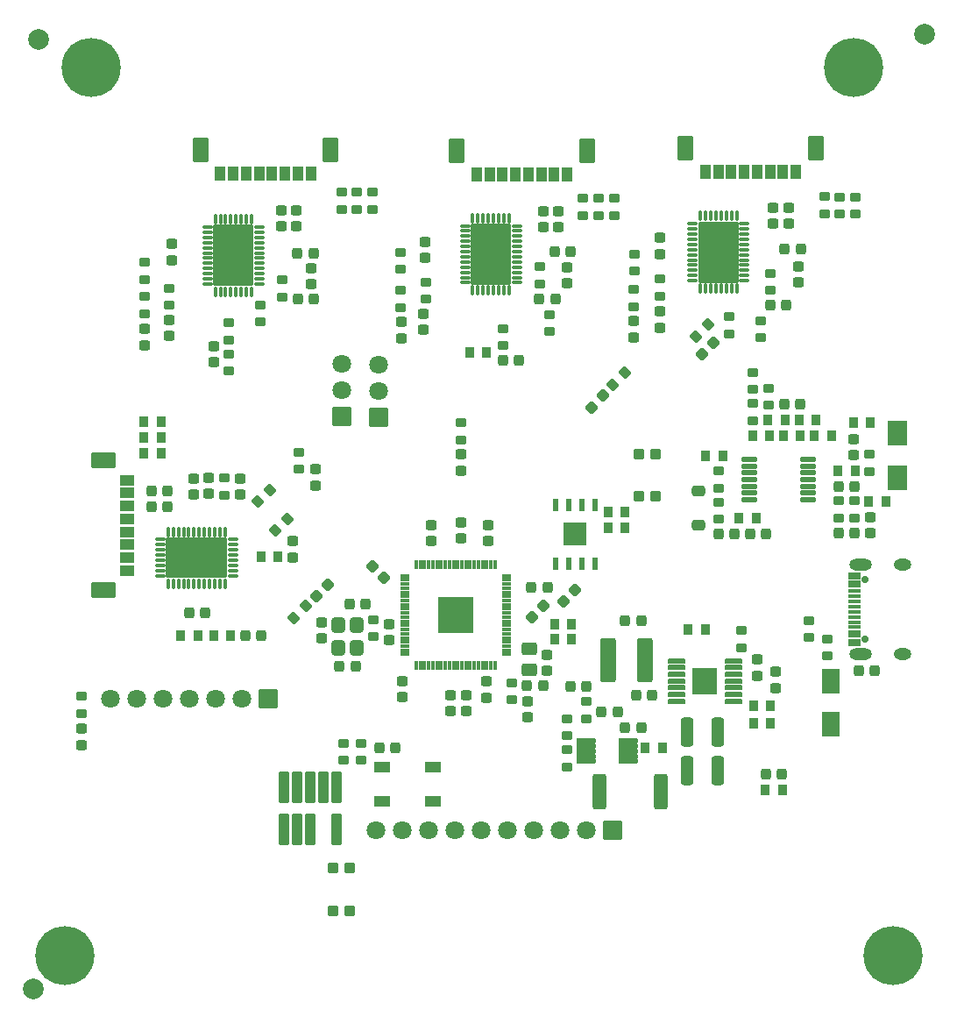
<source format=gts>
%TF.GenerationSoftware,KiCad,Pcbnew,9.0.2-9.0.2-0~ubuntu24.04.1*%
%TF.CreationDate,2025-06-13T17:41:29-07:00*%
%TF.ProjectId,motor_board,6d6f746f-725f-4626-9f61-72642e6b6963,1.1*%
%TF.SameCoordinates,Original*%
%TF.FileFunction,Soldermask,Top*%
%TF.FilePolarity,Negative*%
%FSLAX46Y46*%
G04 Gerber Fmt 4.6, Leading zero omitted, Abs format (unit mm)*
G04 Created by KiCad (PCBNEW 9.0.2-9.0.2-0~ubuntu24.04.1) date 2025-06-13 17:41:29*
%MOMM*%
%LPD*%
G01*
G04 APERTURE LIST*
G04 Aperture macros list*
%AMRoundRect*
0 Rectangle with rounded corners*
0 $1 Rounding radius*
0 $2 $3 $4 $5 $6 $7 $8 $9 X,Y pos of 4 corners*
0 Add a 4 corners polygon primitive as box body*
4,1,4,$2,$3,$4,$5,$6,$7,$8,$9,$2,$3,0*
0 Add four circle primitives for the rounded corners*
1,1,$1+$1,$2,$3*
1,1,$1+$1,$4,$5*
1,1,$1+$1,$6,$7*
1,1,$1+$1,$8,$9*
0 Add four rect primitives between the rounded corners*
20,1,$1+$1,$2,$3,$4,$5,0*
20,1,$1+$1,$4,$5,$6,$7,0*
20,1,$1+$1,$6,$7,$8,$9,0*
20,1,$1+$1,$8,$9,$2,$3,0*%
G04 Aperture macros list end*
%ADD10RoundRect,0.063500X0.800100X0.152400X-0.800100X0.152400X-0.800100X-0.152400X0.800100X-0.152400X0*%
%ADD11RoundRect,0.063500X1.155000X1.230000X-1.155000X1.230000X-1.155000X-1.230000X1.155000X-1.230000X0*%
%ADD12RoundRect,0.250400X0.250400X0.275400X-0.250400X0.275400X-0.250400X-0.275400X0.250400X-0.275400X0*%
%ADD13RoundRect,0.250400X-0.250400X-0.275400X0.250400X-0.275400X0.250400X0.275400X-0.250400X0.275400X0*%
%ADD14RoundRect,0.225400X0.300400X-0.225400X0.300400X0.225400X-0.300400X0.225400X-0.300400X-0.225400X0*%
%ADD15RoundRect,0.250400X0.275400X-0.250400X0.275400X0.250400X-0.275400X0.250400X-0.275400X-0.250400X0*%
%ADD16C,5.701600*%
%ADD17C,2.000000*%
%ADD18RoundRect,0.225400X0.225400X0.300400X-0.225400X0.300400X-0.225400X-0.300400X0.225400X-0.300400X0*%
%ADD19RoundRect,0.225400X-0.225400X-0.300400X0.225400X-0.300400X0.225400X0.300400X-0.225400X0.300400X0*%
%ADD20RoundRect,0.270735X0.392565X1.455065X-0.392565X1.455065X-0.392565X-1.455065X0.392565X-1.455065X0*%
%ADD21RoundRect,0.355555X0.445245X1.795245X-0.445245X1.795245X-0.445245X-1.795245X0.445245X-1.795245X0*%
%ADD22RoundRect,0.272087X-0.353713X-1.128713X0.353713X-1.128713X0.353713X1.128713X-0.353713X1.128713X0*%
%ADD23RoundRect,0.050800X0.889000X0.165100X-0.889000X0.165100X-0.889000X-0.165100X0.889000X-0.165100X0*%
%ADD24C,0.701600*%
%ADD25RoundRect,0.050800X0.575000X-0.300000X0.575000X0.300000X-0.575000X0.300000X-0.575000X-0.300000X0*%
%ADD26RoundRect,0.050800X0.575000X-0.150000X0.575000X0.150000X-0.575000X0.150000X-0.575000X-0.150000X0*%
%ADD27O,2.201600X1.101600*%
%ADD28O,1.701600X1.101600*%
%ADD29RoundRect,0.250400X0.371797X0.017678X0.017678X0.371797X-0.371797X-0.017678X-0.017678X-0.371797X0*%
%ADD30RoundRect,0.250400X-0.275400X0.250400X-0.275400X-0.250400X0.275400X-0.250400X0.275400X0.250400X0*%
%ADD31RoundRect,0.225400X-0.300400X0.225400X-0.300400X-0.225400X0.300400X-0.225400X0.300400X0.225400X0*%
%ADD32RoundRect,0.244150X0.281650X-0.244150X0.281650X0.244150X-0.281650X0.244150X-0.281650X-0.244150X0*%
%ADD33RoundRect,0.050800X-0.121236X-0.453033X0.121236X-0.453033X0.121236X0.453033X-0.121236X0.453033X0*%
%ADD34RoundRect,0.050800X-0.453033X0.121236X-0.453033X-0.121236X0.453033X-0.121236X0.453033X0.121236X0*%
%ADD35C,0.401600*%
%ADD36RoundRect,0.050800X-2.900000X1.900000X-2.900000X-1.900000X2.900000X-1.900000X2.900000X1.900000X0*%
%ADD37RoundRect,0.050800X-0.850000X0.850000X-0.850000X-0.850000X0.850000X-0.850000X0.850000X0.850000X0*%
%ADD38C,1.801600*%
%ADD39RoundRect,0.190740X0.676260X-1.016260X0.676260X1.016260X-0.676260X1.016260X-0.676260X-1.016260X0*%
%ADD40RoundRect,0.050800X0.121236X0.453033X-0.121236X0.453033X-0.121236X-0.453033X0.121236X-0.453033X0*%
%ADD41RoundRect,0.050800X1.900000X2.900000X-1.900000X2.900000X-1.900000X-2.900000X1.900000X-2.900000X0*%
%ADD42RoundRect,0.225400X-0.053033X0.371797X-0.371797X0.053033X0.053033X-0.371797X0.371797X-0.053033X0*%
%ADD43RoundRect,0.100160X-0.700640X-0.400640X0.700640X-0.400640X0.700640X0.400640X-0.700640X0.400640X0*%
%ADD44RoundRect,0.102000X-0.370000X-1.395000X0.370000X-1.395000X0.370000X1.395000X-0.370000X1.395000X0*%
%ADD45RoundRect,0.272087X-0.478713X0.353713X-0.478713X-0.353713X0.478713X-0.353713X0.478713X0.353713X0*%
%ADD46RoundRect,0.050800X0.450000X-0.450000X0.450000X0.450000X-0.450000X0.450000X-0.450000X-0.450000X0*%
%ADD47RoundRect,0.050800X-0.419100X-0.647700X0.419100X-0.647700X0.419100X0.647700X-0.419100X0.647700X0*%
%ADD48RoundRect,0.050800X-0.698500X-1.130300X0.698500X-1.130300X0.698500X1.130300X-0.698500X1.130300X0*%
%ADD49RoundRect,0.050800X0.850000X0.850000X-0.850000X0.850000X-0.850000X-0.850000X0.850000X-0.850000X0*%
%ADD50RoundRect,0.271166X-0.379634X0.479634X-0.379634X-0.479634X0.379634X-0.479634X0.379634X0.479634X0*%
%ADD51RoundRect,0.125400X0.662900X0.125400X-0.662900X0.125400X-0.662900X-0.125400X0.662900X-0.125400X0*%
%ADD52RoundRect,0.244150X-0.026517X0.371797X-0.371797X0.026517X0.026517X-0.371797X0.371797X-0.026517X0*%
%ADD53RoundRect,0.063500X-0.225000X0.525000X-0.225000X-0.525000X0.225000X-0.525000X0.225000X0.525000X0*%
%ADD54RoundRect,0.063500X-1.050000X-1.050000X1.050000X-1.050000X1.050000X1.050000X-1.050000X1.050000X0*%
%ADD55RoundRect,0.250400X0.017678X-0.371797X0.371797X-0.017678X-0.017678X0.371797X-0.371797X0.017678X0*%
%ADD56RoundRect,0.050800X-0.450000X0.450000X-0.450000X-0.450000X0.450000X-0.450000X0.450000X0.450000X0*%
%ADD57RoundRect,0.244150X0.244150X0.281650X-0.244150X0.281650X-0.244150X-0.281650X0.244150X-0.281650X0*%
%ADD58RoundRect,0.050800X0.850000X1.175000X-0.850000X1.175000X-0.850000X-1.175000X0.850000X-1.175000X0*%
%ADD59RoundRect,0.244150X0.026517X-0.371797X0.371797X-0.026517X-0.026517X0.371797X-0.371797X0.026517X0*%
%ADD60RoundRect,0.225400X0.053033X-0.371797X0.371797X-0.053033X-0.053033X0.371797X-0.371797X0.053033X0*%
%ADD61RoundRect,0.250400X-0.400400X0.250400X-0.400400X-0.250400X0.400400X-0.250400X0.400400X0.250400X0*%
%ADD62RoundRect,0.080400X-0.080400X-0.360400X0.080400X-0.360400X0.080400X0.360400X-0.080400X0.360400X0*%
%ADD63RoundRect,0.080400X-0.360400X0.080400X-0.360400X-0.080400X0.360400X-0.080400X0.360400X0.080400X0*%
%ADD64RoundRect,0.050800X-0.566666X0.566666X-0.566666X-0.566666X0.566666X-0.566666X0.566666X0.566666X0*%
%ADD65RoundRect,0.050800X0.647700X-0.419100X0.647700X0.419100X-0.647700X0.419100X-0.647700X-0.419100X0*%
%ADD66RoundRect,0.050800X1.130300X-0.698500X1.130300X0.698500X-1.130300X0.698500X-1.130300X-0.698500X0*%
%ADD67RoundRect,0.250400X-0.017678X0.371797X-0.371797X0.017678X0.017678X-0.371797X0.371797X-0.017678X0*%
%ADD68RoundRect,0.050800X0.850000X-0.850000X0.850000X0.850000X-0.850000X0.850000X-0.850000X-0.850000X0*%
G04 APERTURE END LIST*
D10*
%TO.C,U5*%
X168004604Y-118740034D03*
X168004604Y-118090021D03*
X168004604Y-117440012D03*
X168004604Y-116790000D03*
X168004604Y-116139988D03*
X168004604Y-115489979D03*
X168004604Y-114839966D03*
X162467404Y-114839966D03*
X162467404Y-115489979D03*
X162467404Y-116139988D03*
X162467404Y-116790000D03*
X162467404Y-117440012D03*
X162467404Y-118090021D03*
X162467404Y-118740034D03*
D11*
X165236004Y-116790000D03*
%TD*%
D12*
%TO.C,C18*%
X159069100Y-110973900D03*
X157519100Y-110973900D03*
%TD*%
D13*
%TO.C,C17*%
X152225000Y-117300000D03*
X153775000Y-117300000D03*
%TD*%
%TO.C,C21*%
X158603600Y-118152400D03*
X160153600Y-118152400D03*
%TD*%
D14*
%TO.C,R15*%
X168776600Y-113579900D03*
X168776600Y-111929900D03*
%TD*%
D15*
%TO.C,C26*%
X170237100Y-116260400D03*
X170237100Y-114710400D03*
%TD*%
D16*
%TO.C,H1*%
X105946000Y-57564100D03*
%TD*%
%TO.C,H2*%
X103426000Y-143294000D03*
%TD*%
%TO.C,H3*%
X183426100Y-143294100D03*
%TD*%
%TO.C,H4*%
X179606000Y-57564000D03*
%TD*%
D17*
%TO.C,REF1T*%
X100330000Y-146558000D03*
%TD*%
D13*
%TO.C,C29*%
X180100000Y-115800000D03*
X181650000Y-115800000D03*
%TD*%
D18*
%TO.C,R13*%
X171570100Y-119168400D03*
X169920100Y-119168400D03*
%TD*%
D15*
%TO.C,C27*%
X172015100Y-117466900D03*
X172015100Y-115916900D03*
%TD*%
D19*
%TO.C,R29*%
X163619100Y-111773900D03*
X165269100Y-111773900D03*
%TD*%
%TO.C,R14*%
X169920100Y-120882900D03*
X171570100Y-120882900D03*
%TD*%
D20*
%TO.C,R8*%
X160962500Y-127500000D03*
X155037500Y-127500000D03*
%TD*%
D21*
%TO.C,L2*%
X159464100Y-114786900D03*
X155864100Y-114786900D03*
%TD*%
D22*
%TO.C,C19*%
X163507004Y-121743000D03*
X166457004Y-121743000D03*
%TD*%
%TO.C,C20*%
X163507004Y-125454900D03*
X166457004Y-125454900D03*
%TD*%
D18*
%TO.C,R26*%
X161119100Y-123223900D03*
X159469100Y-123223900D03*
%TD*%
D23*
%TO.C,U4*%
X157838800Y-124549901D03*
X157838800Y-124049899D03*
X157838800Y-123549900D03*
X157838800Y-123049901D03*
X157838800Y-122549899D03*
X153749400Y-122549899D03*
X153749400Y-123049901D03*
X153749400Y-123549900D03*
X153749400Y-124049899D03*
X153749400Y-124549901D03*
%TD*%
D13*
%TO.C,C32*%
X157519100Y-121323900D03*
X159069100Y-121323900D03*
%TD*%
D24*
%TO.C,J13*%
X180735000Y-112735000D03*
X180735000Y-106965000D03*
D25*
X179660000Y-113050000D03*
X179660000Y-112250000D03*
D26*
X179660000Y-111100000D03*
X179660000Y-110100000D03*
X179660000Y-109600000D03*
X179660000Y-108600000D03*
D25*
X179660000Y-107450000D03*
X179660000Y-106650000D03*
D26*
X179660000Y-108100000D03*
X179660000Y-109100000D03*
X179660000Y-110600000D03*
X179660000Y-111600000D03*
D27*
X180235000Y-114170000D03*
D28*
X184375000Y-114170000D03*
D27*
X180235000Y-105530000D03*
D28*
X184375000Y-105530000D03*
%TD*%
D29*
%TO.C,C46*%
X134217108Y-106846908D03*
X133121092Y-105750892D03*
%TD*%
D13*
%TO.C,C56*%
X125897132Y-79926933D03*
X127447132Y-79926933D03*
%TD*%
D30*
%TO.C,C28*%
X140650000Y-118175000D03*
X140650000Y-119725000D03*
%TD*%
D15*
%TO.C,C62*%
X115823592Y-98815914D03*
X115823592Y-97265914D03*
%TD*%
D14*
%TO.C,R6*%
X158400000Y-77225000D03*
X158400000Y-75575000D03*
%TD*%
D13*
%TO.C,C55*%
X125847132Y-75451933D03*
X127397132Y-75451933D03*
%TD*%
D31*
%TO.C,R49*%
X122300000Y-80475000D03*
X122300000Y-82125000D03*
%TD*%
D32*
%TO.C,D8*%
X113500000Y-83487500D03*
X113500000Y-81912500D03*
%TD*%
D19*
%TO.C,R42*%
X150719100Y-112773900D03*
X152369100Y-112773900D03*
%TD*%
D18*
%TO.C,R50*%
X181219100Y-91873900D03*
X179569100Y-91873900D03*
%TD*%
D31*
%TO.C,R31*%
X124397132Y-78051933D03*
X124397132Y-79701933D03*
%TD*%
D17*
%TO.C,REF3T*%
X186436000Y-54356000D03*
%TD*%
D30*
%TO.C,C8*%
X160847132Y-74001933D03*
X160847132Y-75551933D03*
%TD*%
D15*
%TO.C,C15*%
X141694100Y-102998900D03*
X141694100Y-101448900D03*
%TD*%
D18*
%TO.C,R46*%
X116225000Y-112400000D03*
X114575000Y-112400000D03*
%TD*%
D33*
%TO.C,U9*%
X118866637Y-102380330D03*
X118366638Y-102380330D03*
X117866636Y-102380330D03*
X117366637Y-102380330D03*
X116866638Y-102380330D03*
X116366637Y-102380330D03*
X115866637Y-102380330D03*
X115366636Y-102380330D03*
X114866637Y-102380330D03*
X114366638Y-102380330D03*
X113866636Y-102380330D03*
X113366637Y-102380330D03*
D34*
X112613604Y-103133364D03*
X112613604Y-103633363D03*
X112613604Y-104133362D03*
X112613604Y-104633363D03*
X112613604Y-105133363D03*
X112613604Y-105633364D03*
X112613604Y-106133363D03*
X112613604Y-106633362D03*
D33*
X113366637Y-107386396D03*
X113866636Y-107386396D03*
X114366638Y-107386396D03*
X114866637Y-107386396D03*
X115366636Y-107386396D03*
X115866637Y-107386396D03*
X116366637Y-107386396D03*
X116866638Y-107386396D03*
X117366637Y-107386396D03*
X117866636Y-107386396D03*
X118366638Y-107386396D03*
X118866637Y-107386396D03*
D34*
X119619670Y-106633362D03*
X119619670Y-106133363D03*
X119619670Y-105633364D03*
X119619670Y-105133363D03*
X119619670Y-104633363D03*
X119619670Y-104133362D03*
X119619670Y-103633363D03*
X119619670Y-103133364D03*
D35*
X117366637Y-103383363D03*
X116116637Y-103383363D03*
X114866637Y-103383363D03*
X118616637Y-104383363D03*
X117366637Y-104383363D03*
X116116637Y-104383363D03*
X114866637Y-104383363D03*
X113616637Y-104383363D03*
D36*
X116116637Y-104883363D03*
D35*
X118616637Y-105383363D03*
X117366637Y-105383363D03*
X116116637Y-105383363D03*
X114866637Y-105383363D03*
X113616637Y-105383363D03*
X117366637Y-106383363D03*
X116116637Y-106383363D03*
X114866637Y-106383363D03*
%TD*%
D14*
%TO.C,R64*%
X166594100Y-98148900D03*
X166594100Y-96498900D03*
%TD*%
D13*
%TO.C,C57*%
X111773592Y-98465914D03*
X113323592Y-98465914D03*
%TD*%
D31*
%TO.C,R25*%
X119222132Y-85201933D03*
X119222132Y-86851933D03*
%TD*%
D19*
%TO.C,R41*%
X150719100Y-111273900D03*
X152369100Y-111273900D03*
%TD*%
D15*
%TO.C,C59*%
X125438605Y-104836395D03*
X125438605Y-103286395D03*
%TD*%
D19*
%TO.C,R73*%
X117775000Y-112400000D03*
X119425000Y-112400000D03*
%TD*%
D18*
%TO.C,R63*%
X170169100Y-101073900D03*
X168519100Y-101073900D03*
%TD*%
D32*
%TO.C,D12*%
X127612500Y-97887500D03*
X127612500Y-96312500D03*
%TD*%
D18*
%TO.C,R35*%
X112688605Y-93261395D03*
X111038605Y-93261395D03*
%TD*%
D14*
%TO.C,R40*%
X177032000Y-114387000D03*
X177032000Y-112737000D03*
%TD*%
D30*
%TO.C,C37*%
X125757132Y-71301933D03*
X125757132Y-72851933D03*
%TD*%
D37*
%TO.C,J7*%
X122996637Y-118483363D03*
D38*
X120456637Y-118483363D03*
X117916637Y-118483363D03*
X115376637Y-118483363D03*
X112836637Y-118483363D03*
X110296637Y-118483363D03*
X107756637Y-118483363D03*
%TD*%
D14*
%TO.C,R10*%
X176797132Y-71676933D03*
X176797132Y-70026933D03*
%TD*%
D19*
%TO.C,R76*%
X169819100Y-93073900D03*
X171469100Y-93073900D03*
%TD*%
D31*
%TO.C,R48*%
X170600000Y-81975000D03*
X170600000Y-83625000D03*
%TD*%
D19*
%TO.C,R78*%
X172819100Y-93073900D03*
X174469100Y-93073900D03*
%TD*%
D39*
%TO.C,D2*%
X177400000Y-116850000D03*
X177400000Y-120950000D03*
%TD*%
D30*
%TO.C,C43*%
X113747132Y-74601933D03*
X113747132Y-76151933D03*
%TD*%
D12*
%TO.C,C45*%
X132444100Y-109323900D03*
X130894100Y-109323900D03*
%TD*%
D34*
%TO.C,U6*%
X147050165Y-78326933D03*
X147050165Y-77826934D03*
X147050165Y-77326932D03*
X147050165Y-76826933D03*
X147050165Y-76326934D03*
X147050165Y-75826933D03*
X147050165Y-75326933D03*
X147050165Y-74826932D03*
X147050165Y-74326933D03*
X147050165Y-73826934D03*
X147050165Y-73326932D03*
X147050165Y-72826933D03*
D40*
X146297131Y-72073900D03*
X145797132Y-72073900D03*
X145297133Y-72073900D03*
X144797132Y-72073900D03*
X144297132Y-72073900D03*
X143797131Y-72073900D03*
X143297132Y-72073900D03*
X142797133Y-72073900D03*
D34*
X142044099Y-72826933D03*
X142044099Y-73326932D03*
X142044099Y-73826934D03*
X142044099Y-74326933D03*
X142044099Y-74826932D03*
X142044099Y-75326933D03*
X142044099Y-75826933D03*
X142044099Y-76326934D03*
X142044099Y-76826933D03*
X142044099Y-77326932D03*
X142044099Y-77826934D03*
X142044099Y-78326933D03*
D40*
X142797133Y-79079966D03*
X143297132Y-79079966D03*
X143797131Y-79079966D03*
X144297132Y-79079966D03*
X144797132Y-79079966D03*
X145297133Y-79079966D03*
X145797132Y-79079966D03*
X146297131Y-79079966D03*
D35*
X146047132Y-76826933D03*
X146047132Y-75576933D03*
X146047132Y-74326933D03*
X145047132Y-78076933D03*
X145047132Y-76826933D03*
X145047132Y-75576933D03*
X145047132Y-74326933D03*
X145047132Y-73076933D03*
D41*
X144547132Y-75576933D03*
D35*
X144047132Y-78076933D03*
X144047132Y-76826933D03*
X144047132Y-75576933D03*
X144047132Y-74326933D03*
X144047132Y-73076933D03*
X143047132Y-76826933D03*
X143047132Y-75576933D03*
X143047132Y-74326933D03*
%TD*%
D31*
%TO.C,R71*%
X158300000Y-78975000D03*
X158300000Y-80625000D03*
%TD*%
D30*
%TO.C,C3*%
X173322132Y-71051933D03*
X173322132Y-72601933D03*
%TD*%
%TO.C,C1*%
X128200000Y-111125000D03*
X128200000Y-112675000D03*
%TD*%
D19*
%TO.C,R80*%
X175819100Y-93073900D03*
X177469100Y-93073900D03*
%TD*%
D12*
%TO.C,C54*%
X174419100Y-90073900D03*
X172869100Y-90073900D03*
%TD*%
D18*
%TO.C,R4*%
X157519100Y-100473900D03*
X155869100Y-100473900D03*
%TD*%
D15*
%TO.C,C49*%
X144294100Y-103248900D03*
X144294100Y-101698900D03*
%TD*%
D13*
%TO.C,C58*%
X111773592Y-99965914D03*
X113323592Y-99965914D03*
%TD*%
D15*
%TO.C,C50*%
X138794100Y-103248900D03*
X138794100Y-101698900D03*
%TD*%
D31*
%TO.C,R75*%
X169844100Y-89998900D03*
X169844100Y-91648900D03*
%TD*%
%TO.C,R56*%
X178112850Y-99398900D03*
X178112850Y-101048900D03*
%TD*%
D19*
%TO.C,R32*%
X122338605Y-104786395D03*
X123988605Y-104786395D03*
%TD*%
D32*
%TO.C,D16*%
X111100000Y-84387500D03*
X111100000Y-82812500D03*
%TD*%
D30*
%TO.C,C40*%
X135994100Y-116798900D03*
X135994100Y-118348900D03*
%TD*%
D12*
%TO.C,C2*%
X131469100Y-115373900D03*
X129919100Y-115373900D03*
%TD*%
D14*
%TO.C,R30*%
X130122132Y-71251933D03*
X130122132Y-69601933D03*
%TD*%
D12*
%TO.C,C42*%
X171119100Y-102573900D03*
X169569100Y-102573900D03*
%TD*%
D30*
%TO.C,C14*%
X134750000Y-111298900D03*
X134750000Y-112848900D03*
%TD*%
D31*
%TO.C,R24*%
X119222132Y-82201933D03*
X119222132Y-83851933D03*
%TD*%
D42*
%TO.C,R2*%
X165530495Y-82368570D03*
X164363769Y-83535296D03*
%TD*%
D43*
%TO.C,D1*%
X134044100Y-125123900D03*
X134044100Y-128423900D03*
X138944100Y-128423900D03*
X138944100Y-125123900D03*
%TD*%
D13*
%TO.C,C51*%
X166569100Y-102573900D03*
X168119100Y-102573900D03*
%TD*%
D30*
%TO.C,C30*%
X179619100Y-93448900D03*
X179619100Y-94998900D03*
%TD*%
D13*
%TO.C,C35*%
X150719100Y-75323900D03*
X152269100Y-75323900D03*
%TD*%
D32*
%TO.C,D14*%
X135900000Y-83687500D03*
X135900000Y-82112500D03*
%TD*%
D13*
%TO.C,C36*%
X149219100Y-79873900D03*
X150769100Y-79873900D03*
%TD*%
D18*
%TO.C,R36*%
X112698592Y-94765914D03*
X111048592Y-94765914D03*
%TD*%
D13*
%TO.C,C22*%
X172922132Y-75076933D03*
X174472132Y-75076933D03*
%TD*%
D18*
%TO.C,R81*%
X182719100Y-99473900D03*
X181069100Y-99473900D03*
%TD*%
D12*
%TO.C,C52*%
X179669100Y-97973900D03*
X178119100Y-97973900D03*
%TD*%
D31*
%TO.C,R54*%
X181119100Y-94898900D03*
X181119100Y-96548900D03*
%TD*%
D14*
%TO.C,R39*%
X175300000Y-112600000D03*
X175300000Y-110950000D03*
%TD*%
D44*
%TO.C,J2*%
X124547500Y-131141400D03*
X124547500Y-127071400D03*
X125817500Y-131141400D03*
X125817500Y-127071400D03*
X127087500Y-131141400D03*
X127087500Y-127071400D03*
X128357500Y-127071400D03*
X129627500Y-131141400D03*
X129627500Y-127071400D03*
%TD*%
D45*
%TO.C,L1*%
X148294100Y-113648900D03*
X148294100Y-115698900D03*
%TD*%
D14*
%TO.C,R20*%
X146594100Y-118598900D03*
X146594100Y-116948900D03*
%TD*%
D31*
%TO.C,R22*%
X149244100Y-76798900D03*
X149244100Y-78448900D03*
%TD*%
D42*
%TO.C,R61*%
X157483363Y-87016637D03*
X156316637Y-88183363D03*
%TD*%
D46*
%TO.C,SW2*%
X158844100Y-94873900D03*
X158844100Y-98973900D03*
X160444100Y-94873900D03*
X160444100Y-98973900D03*
%TD*%
D47*
%TO.C,J3*%
X151919100Y-67868100D03*
X150669100Y-67868100D03*
X149419100Y-67868100D03*
X148169100Y-67868100D03*
X146919100Y-67868100D03*
X145669100Y-67868100D03*
X144419100Y-67868100D03*
X143169100Y-67868100D03*
D48*
X141269099Y-65573210D03*
X153819101Y-65573210D03*
%TD*%
D13*
%TO.C,C23*%
X171522132Y-80476933D03*
X173072132Y-80476933D03*
%TD*%
D14*
%TO.C,R18*%
X154919100Y-71848900D03*
X154919100Y-70198900D03*
%TD*%
%TO.C,R37*%
X118800000Y-98825000D03*
X118800000Y-97175000D03*
%TD*%
D18*
%TO.C,R16*%
X144119100Y-85073900D03*
X142469100Y-85073900D03*
%TD*%
D14*
%TO.C,R28*%
X131622132Y-71251933D03*
X131622132Y-69601933D03*
%TD*%
%TO.C,R62*%
X179644100Y-101048900D03*
X179644100Y-99398900D03*
%TD*%
D13*
%TO.C,C12*%
X148044100Y-117273900D03*
X149594100Y-117273900D03*
%TD*%
D18*
%TO.C,R53*%
X179719100Y-96473900D03*
X178069100Y-96473900D03*
%TD*%
D12*
%TO.C,C41*%
X179669100Y-102473900D03*
X178119100Y-102473900D03*
%TD*%
D17*
%TO.C,REF2T*%
X100838000Y-54864000D03*
%TD*%
D18*
%TO.C,R34*%
X112688605Y-91761395D03*
X111038605Y-91761395D03*
%TD*%
D19*
%TO.C,R79*%
X174319100Y-91573900D03*
X175969100Y-91573900D03*
%TD*%
D30*
%TO.C,C10*%
X148069100Y-118723900D03*
X148069100Y-120273900D03*
%TD*%
D14*
%TO.C,R27*%
X133097132Y-71251933D03*
X133097132Y-69601933D03*
%TD*%
%TO.C,R3*%
X132044100Y-124436400D03*
X132044100Y-122786400D03*
%TD*%
%TO.C,R5*%
X135800000Y-77025000D03*
X135800000Y-75375000D03*
%TD*%
D30*
%TO.C,C38*%
X124297132Y-71301933D03*
X124297132Y-72851933D03*
%TD*%
D31*
%TO.C,R11*%
X171547132Y-77401933D03*
X171547132Y-79051933D03*
%TD*%
%TO.C,R52*%
X153800000Y-118775000D03*
X153800000Y-120425000D03*
%TD*%
D49*
%TO.C,J9*%
X133700000Y-91290000D03*
D38*
X133700000Y-88750000D03*
X133700000Y-86210000D03*
%TD*%
D30*
%TO.C,C4*%
X171822132Y-71051933D03*
X171822132Y-72601933D03*
%TD*%
D19*
%TO.C,R74*%
X171075000Y-127300000D03*
X172725000Y-127300000D03*
%TD*%
D31*
%TO.C,R69*%
X169844100Y-86998900D03*
X169844100Y-88648900D03*
%TD*%
D18*
%TO.C,R82*%
X166969100Y-95023900D03*
X165319100Y-95023900D03*
%TD*%
D12*
%TO.C,C48*%
X150019100Y-107723900D03*
X148469100Y-107723900D03*
%TD*%
D50*
%TO.C,Y1*%
X129844100Y-111373900D03*
X129844100Y-113573900D03*
X131544100Y-113573900D03*
X131544100Y-111373900D03*
%TD*%
D31*
%TO.C,R47*%
X150200000Y-81400000D03*
X150200000Y-83050000D03*
%TD*%
D30*
%TO.C,C44*%
X127197132Y-76926933D03*
X127197132Y-78476933D03*
%TD*%
D51*
%TO.C,U7*%
X175206600Y-99273900D03*
X175206600Y-98623900D03*
X175206600Y-97973900D03*
X175206600Y-97323900D03*
X175206600Y-96673900D03*
X175206600Y-96023900D03*
X175206600Y-95373900D03*
X169481600Y-95373900D03*
X169481600Y-96023900D03*
X169481600Y-96673900D03*
X169481600Y-97323900D03*
X169481600Y-97973900D03*
X169481600Y-98623900D03*
X169481600Y-99273900D03*
%TD*%
D52*
%TO.C,D9*%
X128800000Y-107500000D03*
X127686306Y-108613694D03*
%TD*%
D32*
%TO.C,D4*%
X138000000Y-82887500D03*
X138000000Y-81312500D03*
%TD*%
%TO.C,D5*%
X160900000Y-82687500D03*
X160900000Y-81112500D03*
%TD*%
D30*
%TO.C,C13*%
X142150000Y-118175000D03*
X142150000Y-119725000D03*
%TD*%
D53*
%TO.C,U3*%
X154599100Y-99773900D03*
X153329100Y-99773900D03*
X152059100Y-99773900D03*
X150789100Y-99773900D03*
X150789100Y-105473900D03*
X152059100Y-105473900D03*
X153329100Y-105473900D03*
X154599100Y-105473900D03*
D54*
X152694100Y-102623900D03*
%TD*%
D13*
%TO.C,C5*%
X133794100Y-123273900D03*
X135344100Y-123273900D03*
%TD*%
D14*
%TO.C,R38*%
X133194100Y-112498900D03*
X133194100Y-110848900D03*
%TD*%
D30*
%TO.C,C39*%
X117747132Y-84476933D03*
X117747132Y-86026933D03*
%TD*%
D47*
%TO.C,J1*%
X174022132Y-67651933D03*
X172772132Y-67651933D03*
X171522132Y-67651933D03*
X170272132Y-67651933D03*
X169022132Y-67651933D03*
X167772132Y-67651933D03*
X166522132Y-67651933D03*
X165272132Y-67651933D03*
D48*
X163372131Y-65357043D03*
X175922133Y-65357043D03*
%TD*%
D34*
%TO.C,U1*%
X169050165Y-78126933D03*
X169050165Y-77626934D03*
X169050165Y-77126932D03*
X169050165Y-76626933D03*
X169050165Y-76126934D03*
X169050165Y-75626933D03*
X169050165Y-75126933D03*
X169050165Y-74626932D03*
X169050165Y-74126933D03*
X169050165Y-73626934D03*
X169050165Y-73126932D03*
X169050165Y-72626933D03*
D40*
X168297131Y-71873900D03*
X167797132Y-71873900D03*
X167297133Y-71873900D03*
X166797132Y-71873900D03*
X166297132Y-71873900D03*
X165797131Y-71873900D03*
X165297132Y-71873900D03*
X164797133Y-71873900D03*
D34*
X164044099Y-72626933D03*
X164044099Y-73126932D03*
X164044099Y-73626934D03*
X164044099Y-74126933D03*
X164044099Y-74626932D03*
X164044099Y-75126933D03*
X164044099Y-75626933D03*
X164044099Y-76126934D03*
X164044099Y-76626933D03*
X164044099Y-77126932D03*
X164044099Y-77626934D03*
X164044099Y-78126933D03*
D40*
X164797133Y-78879966D03*
X165297132Y-78879966D03*
X165797131Y-78879966D03*
X166297132Y-78879966D03*
X166797132Y-78879966D03*
X167297133Y-78879966D03*
X167797132Y-78879966D03*
X168297131Y-78879966D03*
D35*
X168047132Y-76626933D03*
X168047132Y-75376933D03*
X168047132Y-74126933D03*
X167047132Y-77876933D03*
X167047132Y-76626933D03*
X167047132Y-75376933D03*
X167047132Y-74126933D03*
X167047132Y-72876933D03*
D41*
X166547132Y-75376933D03*
D35*
X166047132Y-77876933D03*
X166047132Y-76626933D03*
X166047132Y-75376933D03*
X166047132Y-74126933D03*
X166047132Y-72876933D03*
X165047132Y-76626933D03*
X165047132Y-75376933D03*
X165047132Y-74126933D03*
%TD*%
D55*
%TO.C,C47*%
X148546092Y-110596908D03*
X149642108Y-109500892D03*
%TD*%
D56*
%TO.C,SW1*%
X130940425Y-138957500D03*
X130940425Y-134857500D03*
X129340425Y-138957500D03*
X129340425Y-134857500D03*
%TD*%
D57*
%TO.C,3V3*%
X156800000Y-119800000D03*
X155225000Y-119800000D03*
%TD*%
D14*
%TO.C,R45*%
X111100000Y-78025000D03*
X111100000Y-76375000D03*
%TD*%
%TO.C,R7*%
X179747132Y-71701933D03*
X179747132Y-70051933D03*
%TD*%
D13*
%TO.C,C60*%
X115388605Y-110186395D03*
X116938605Y-110186395D03*
%TD*%
D58*
%TO.C,D7*%
X183844100Y-97173900D03*
X183844100Y-92873900D03*
%TD*%
D13*
%TO.C,C31*%
X145719100Y-85823900D03*
X147269100Y-85823900D03*
%TD*%
D59*
%TO.C,D11*%
X154243153Y-90356847D03*
X155356847Y-89243153D03*
%TD*%
D30*
%TO.C,C11*%
X149994100Y-114248900D03*
X149994100Y-115798900D03*
%TD*%
D19*
%TO.C,R77*%
X171319100Y-91573900D03*
X172969100Y-91573900D03*
%TD*%
D31*
%TO.C,R57*%
X160900000Y-77975000D03*
X160900000Y-79625000D03*
%TD*%
D30*
%TO.C,C34*%
X151894100Y-76848900D03*
X151894100Y-78398900D03*
%TD*%
D32*
%TO.C,D13*%
X105000000Y-122987500D03*
X105000000Y-121412500D03*
%TD*%
D57*
%TO.C,vbatt1*%
X172662500Y-125773900D03*
X171087500Y-125773900D03*
%TD*%
D49*
%TO.C,J8*%
X130150000Y-91280000D03*
D38*
X130150000Y-88740000D03*
X130150000Y-86200000D03*
%TD*%
D31*
%TO.C,R66*%
X105000000Y-118275000D03*
X105000000Y-119925000D03*
%TD*%
D30*
%TO.C,C53*%
X181169100Y-100948900D03*
X181169100Y-102498900D03*
%TD*%
%TO.C,C33*%
X138194100Y-74398900D03*
X138194100Y-75948900D03*
%TD*%
D31*
%TO.C,R55*%
X138300000Y-78275000D03*
X138300000Y-79925000D03*
%TD*%
%TO.C,R65*%
X126000000Y-94675000D03*
X126000000Y-96325000D03*
%TD*%
D34*
%TO.C,U8*%
X122175165Y-78451933D03*
X122175165Y-77951934D03*
X122175165Y-77451932D03*
X122175165Y-76951933D03*
X122175165Y-76451934D03*
X122175165Y-75951933D03*
X122175165Y-75451933D03*
X122175165Y-74951932D03*
X122175165Y-74451933D03*
X122175165Y-73951934D03*
X122175165Y-73451932D03*
X122175165Y-72951933D03*
D40*
X121422131Y-72198900D03*
X120922132Y-72198900D03*
X120422133Y-72198900D03*
X119922132Y-72198900D03*
X119422132Y-72198900D03*
X118922131Y-72198900D03*
X118422132Y-72198900D03*
X117922133Y-72198900D03*
D34*
X117169099Y-72951933D03*
X117169099Y-73451932D03*
X117169099Y-73951934D03*
X117169099Y-74451933D03*
X117169099Y-74951932D03*
X117169099Y-75451933D03*
X117169099Y-75951933D03*
X117169099Y-76451934D03*
X117169099Y-76951933D03*
X117169099Y-77451932D03*
X117169099Y-77951934D03*
X117169099Y-78451933D03*
D40*
X117922133Y-79204966D03*
X118422132Y-79204966D03*
X118922131Y-79204966D03*
X119422132Y-79204966D03*
X119922132Y-79204966D03*
X120422133Y-79204966D03*
X120922132Y-79204966D03*
X121422131Y-79204966D03*
D35*
X121172132Y-76951933D03*
X121172132Y-75701933D03*
X121172132Y-74451933D03*
X120172132Y-78201933D03*
X120172132Y-76951933D03*
X120172132Y-75701933D03*
X120172132Y-74451933D03*
X120172132Y-73201933D03*
D41*
X119672132Y-75701933D03*
D35*
X119172132Y-78201933D03*
X119172132Y-76951933D03*
X119172132Y-75701933D03*
X119172132Y-74451933D03*
X119172132Y-73201933D03*
X118172132Y-76951933D03*
X118172132Y-75701933D03*
X118172132Y-74451933D03*
%TD*%
D32*
%TO.C,D15*%
X158300000Y-83587500D03*
X158300000Y-82012500D03*
%TD*%
D30*
%TO.C,C9*%
X174297132Y-76751933D03*
X174297132Y-78301933D03*
%TD*%
D31*
%TO.C,R1*%
X167597132Y-81601933D03*
X167597132Y-83251933D03*
%TD*%
%TO.C,R68*%
X166594100Y-99498900D03*
X166594100Y-101148900D03*
%TD*%
%TO.C,R70*%
X171344100Y-88498900D03*
X171344100Y-90148900D03*
%TD*%
D60*
%TO.C,R59*%
X125516637Y-110683363D03*
X126683363Y-109516637D03*
%TD*%
D31*
%TO.C,R60*%
X141700000Y-91850000D03*
X141700000Y-93500000D03*
%TD*%
D14*
%TO.C,R9*%
X178272132Y-71701933D03*
X178272132Y-70051933D03*
%TD*%
%TO.C,R19*%
X153394100Y-71848900D03*
X153394100Y-70198900D03*
%TD*%
D30*
%TO.C,C16*%
X144144100Y-116848900D03*
X144144100Y-118398900D03*
%TD*%
D15*
%TO.C,C61*%
X117300000Y-98675000D03*
X117300000Y-97125000D03*
%TD*%
D31*
%TO.C,R67*%
X135800000Y-79075000D03*
X135800000Y-80725000D03*
%TD*%
%TO.C,R44*%
X151894100Y-123448900D03*
X151894100Y-125098900D03*
%TD*%
D19*
%TO.C,R21*%
X155869100Y-101973900D03*
X157519100Y-101973900D03*
%TD*%
D31*
%TO.C,R72*%
X111100000Y-79675000D03*
X111100000Y-81325000D03*
%TD*%
D61*
%TO.C,D6*%
X164644100Y-98473900D03*
X164644100Y-101773900D03*
%TD*%
D30*
%TO.C,C25*%
X149584100Y-71398900D03*
X149584100Y-72948900D03*
%TD*%
D15*
%TO.C,C63*%
X120300000Y-98775000D03*
X120300000Y-97225000D03*
%TD*%
D62*
%TO.C,U2*%
X144944100Y-105527400D03*
X144544100Y-105527400D03*
X144144100Y-105527400D03*
X143744100Y-105527400D03*
X143344100Y-105527400D03*
X142944100Y-105527400D03*
X142544100Y-105527400D03*
X142144100Y-105527400D03*
X141744100Y-105527400D03*
X141344100Y-105527400D03*
X140944100Y-105527400D03*
X140544100Y-105527400D03*
X140144100Y-105527400D03*
X139744100Y-105527400D03*
X139344100Y-105527400D03*
X138944100Y-105527400D03*
X138544100Y-105527400D03*
X138144100Y-105527400D03*
X137744100Y-105527400D03*
X137344100Y-105527400D03*
D63*
X136247600Y-106623900D03*
X136247600Y-107023900D03*
X136247600Y-107423900D03*
X136247600Y-107823900D03*
X136247600Y-108223900D03*
X136247600Y-108623900D03*
X136247600Y-109023900D03*
X136247600Y-109423900D03*
X136247600Y-109823900D03*
X136247600Y-110223900D03*
X136247600Y-110623900D03*
X136247600Y-111023900D03*
X136247600Y-111423900D03*
X136247600Y-111823900D03*
X136247600Y-112223900D03*
X136247600Y-112623900D03*
X136247600Y-113023900D03*
X136247600Y-113423900D03*
X136247600Y-113823900D03*
X136247600Y-114223900D03*
D62*
X137344100Y-115320400D03*
X137744100Y-115320400D03*
X138144100Y-115320400D03*
X138544100Y-115320400D03*
X138944100Y-115320400D03*
X139344100Y-115320400D03*
X139744100Y-115320400D03*
X140144100Y-115320400D03*
X140544100Y-115320400D03*
X140944100Y-115320400D03*
X141344100Y-115320400D03*
X141744100Y-115320400D03*
X142144100Y-115320400D03*
X142544100Y-115320400D03*
X142944100Y-115320400D03*
X143344100Y-115320400D03*
X143744100Y-115320400D03*
X144144100Y-115320400D03*
X144544100Y-115320400D03*
X144944100Y-115320400D03*
D63*
X146040600Y-114223900D03*
X146040600Y-113823900D03*
X146040600Y-113423900D03*
X146040600Y-113023900D03*
X146040600Y-112623900D03*
X146040600Y-112223900D03*
X146040600Y-111823900D03*
X146040600Y-111423900D03*
X146040600Y-111023900D03*
X146040600Y-110623900D03*
X146040600Y-110223900D03*
X146040600Y-109823900D03*
X146040600Y-109423900D03*
X146040600Y-109023900D03*
X146040600Y-108623900D03*
X146040600Y-108223900D03*
X146040600Y-107823900D03*
X146040600Y-107423900D03*
X146040600Y-107023900D03*
X146040600Y-106623900D03*
D24*
X142277433Y-109290567D03*
D64*
X142277433Y-109290567D03*
D24*
X141144100Y-109290567D03*
D64*
X141144100Y-109290567D03*
D24*
X140010767Y-109290567D03*
D64*
X140010767Y-109290567D03*
D24*
X142277433Y-110423900D03*
D64*
X142277433Y-110423900D03*
D24*
X141144100Y-110423900D03*
D64*
X141144100Y-110423900D03*
D24*
X140010767Y-110423900D03*
D64*
X140010767Y-110423900D03*
D24*
X142277433Y-111557233D03*
D64*
X142277433Y-111557233D03*
D24*
X141144100Y-111557233D03*
D64*
X141144100Y-111557233D03*
D24*
X140010767Y-111557233D03*
D64*
X140010767Y-111557233D03*
%TD*%
D31*
%TO.C,R12*%
X145744100Y-82748900D03*
X145744100Y-84398900D03*
%TD*%
D32*
%TO.C,D10*%
X141700000Y-96487500D03*
X141700000Y-94912500D03*
%TD*%
D60*
%TO.C,R51*%
X122016637Y-99483363D03*
X123183363Y-98316637D03*
%TD*%
D65*
%TO.C,J6*%
X109373592Y-97390914D03*
X109373592Y-98640914D03*
X109373592Y-99890914D03*
X109373592Y-101140914D03*
X109373592Y-102390914D03*
X109373592Y-103640914D03*
X109373592Y-104890914D03*
X109373592Y-106140914D03*
D66*
X107078702Y-108040915D03*
X107078702Y-95490913D03*
%TD*%
D60*
%TO.C,R33*%
X123716637Y-102283363D03*
X124883363Y-101116637D03*
%TD*%
D67*
%TO.C,C7*%
X152692108Y-107975892D03*
X151596092Y-109071908D03*
%TD*%
D47*
%TO.C,J4*%
X127147132Y-67796133D03*
X125897132Y-67796133D03*
X124647132Y-67796133D03*
X123397132Y-67796133D03*
X122147132Y-67796133D03*
X120897132Y-67796133D03*
X119647132Y-67796133D03*
X118397132Y-67796133D03*
D48*
X116497131Y-65501243D03*
X129047133Y-65501243D03*
%TD*%
D30*
%TO.C,C24*%
X151094100Y-71398900D03*
X151094100Y-72948900D03*
%TD*%
D14*
%TO.C,R23*%
X130294100Y-124436400D03*
X130294100Y-122786400D03*
%TD*%
%TO.C,R43*%
X151894100Y-122098900D03*
X151894100Y-120448900D03*
%TD*%
%TO.C,R17*%
X156444100Y-71848900D03*
X156444100Y-70198900D03*
%TD*%
D31*
%TO.C,R58*%
X113500000Y-78875000D03*
X113500000Y-80525000D03*
%TD*%
D57*
%TO.C,D17*%
X122387500Y-112400000D03*
X120812500Y-112400000D03*
%TD*%
D67*
%TO.C,C6*%
X166020140Y-84103925D03*
X164924124Y-85199941D03*
%TD*%
D68*
%TO.C,J5*%
X156282000Y-131200000D03*
D38*
X153742000Y-131200000D03*
X151202000Y-131200000D03*
X148662000Y-131200000D03*
X146122000Y-131200000D03*
X143582000Y-131200000D03*
X141042000Y-131200000D03*
X138502000Y-131200000D03*
X135962000Y-131200000D03*
X133422000Y-131200000D03*
%TD*%
M02*

</source>
